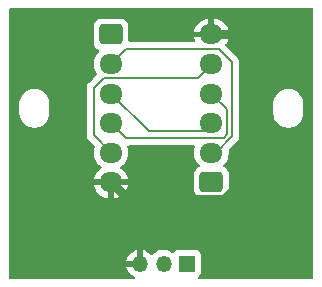
<source format=gbl>
%TF.GenerationSoftware,KiCad,Pcbnew,8.0.0*%
%TF.CreationDate,2024-12-13T11:09:15-06:00*%
%TF.ProjectId,Rain connectors,5261696e-2063-46f6-9e6e-6563746f7273,rev?*%
%TF.SameCoordinates,Original*%
%TF.FileFunction,Copper,L2,Bot*%
%TF.FilePolarity,Positive*%
%FSLAX46Y46*%
G04 Gerber Fmt 4.6, Leading zero omitted, Abs format (unit mm)*
G04 Created by KiCad (PCBNEW 8.0.0) date 2024-12-13 11:09:15*
%MOMM*%
%LPD*%
G01*
G04 APERTURE LIST*
G04 Aperture macros list*
%AMRoundRect*
0 Rectangle with rounded corners*
0 $1 Rounding radius*
0 $2 $3 $4 $5 $6 $7 $8 $9 X,Y pos of 4 corners*
0 Add a 4 corners polygon primitive as box body*
4,1,4,$2,$3,$4,$5,$6,$7,$8,$9,$2,$3,0*
0 Add four circle primitives for the rounded corners*
1,1,$1+$1,$2,$3*
1,1,$1+$1,$4,$5*
1,1,$1+$1,$6,$7*
1,1,$1+$1,$8,$9*
0 Add four rect primitives between the rounded corners*
20,1,$1+$1,$2,$3,$4,$5,0*
20,1,$1+$1,$4,$5,$6,$7,0*
20,1,$1+$1,$6,$7,$8,$9,0*
20,1,$1+$1,$8,$9,$2,$3,0*%
G04 Aperture macros list end*
%TA.AperFunction,ComponentPad*%
%ADD10RoundRect,0.250000X0.725000X-0.600000X0.725000X0.600000X-0.725000X0.600000X-0.725000X-0.600000X0*%
%TD*%
%TA.AperFunction,ComponentPad*%
%ADD11O,1.950000X1.700000*%
%TD*%
%TA.AperFunction,ComponentPad*%
%ADD12RoundRect,0.250000X-0.725000X0.600000X-0.725000X-0.600000X0.725000X-0.600000X0.725000X0.600000X0*%
%TD*%
%TA.AperFunction,ComponentPad*%
%ADD13O,1.350000X1.350000*%
%TD*%
%TA.AperFunction,ComponentPad*%
%ADD14R,1.350000X1.350000*%
%TD*%
%TA.AperFunction,Conductor*%
%ADD15C,0.762000*%
%TD*%
%TA.AperFunction,Conductor*%
%ADD16C,0.200000*%
%TD*%
G04 APERTURE END LIST*
D10*
%TO.P,J2,1,Pin_1*%
%TO.N,+5V*%
X138600000Y-86675000D03*
D11*
%TO.P,J2,2,Pin_2*%
%TO.N,Net-(J1-Pin_2)*%
X138600000Y-84175000D03*
%TO.P,J2,3,Pin_3*%
%TO.N,Net-(J1-Pin_3)*%
X138600000Y-81675000D03*
%TO.P,J2,4,Pin_4*%
%TO.N,Net-(J1-Pin_4)*%
X138600000Y-79175000D03*
%TO.P,J2,5,Pin_5*%
%TO.N,Net-(J1-Pin_5)*%
X138600000Y-76675000D03*
%TO.P,J2,6,Pin_6*%
%TO.N,GND*%
X138600000Y-74175000D03*
%TD*%
D12*
%TO.P,J1,1,Pin_1*%
%TO.N,+5V*%
X130100000Y-74175000D03*
D11*
%TO.P,J1,2,Pin_2*%
%TO.N,Net-(J1-Pin_2)*%
X130100000Y-76675000D03*
%TO.P,J1,3,Pin_3*%
%TO.N,Net-(J1-Pin_3)*%
X130100000Y-79175000D03*
%TO.P,J1,4,Pin_4*%
%TO.N,Net-(J1-Pin_4)*%
X130100000Y-81675000D03*
%TO.P,J1,5,Pin_5*%
%TO.N,Net-(J1-Pin_5)*%
X130100000Y-84175000D03*
%TO.P,J1,6,Pin_6*%
%TO.N,GND*%
X130100000Y-86675000D03*
%TD*%
D13*
%TO.P,J3,3,Pin_3*%
%TO.N,GND*%
X132550000Y-93575000D03*
%TO.P,J3,2,Pin_2*%
%TO.N,Net-(J3-Pin_2)*%
X134550000Y-93575000D03*
D14*
%TO.P,J3,1,Pin_1*%
%TO.N,+5V*%
X136550000Y-93575000D03*
%TD*%
D15*
%TO.N,GND*%
X141950000Y-85832138D02*
X141950000Y-75725000D01*
X141950000Y-75725000D02*
X140400000Y-74175000D01*
X139676138Y-88106000D02*
X141950000Y-85832138D01*
X140400000Y-74175000D02*
X138600000Y-74175000D01*
X131531000Y-88106000D02*
X139676138Y-88106000D01*
X130100000Y-86675000D02*
X131531000Y-88106000D01*
D16*
%TO.N,Net-(J1-Pin_5)*%
X128650000Y-78673654D02*
X129498654Y-77825000D01*
X137450000Y-77825000D02*
X138600000Y-76675000D01*
X128650000Y-82725000D02*
X128650000Y-78673654D01*
X130100000Y-84175000D02*
X128650000Y-82725000D01*
X129498654Y-77825000D02*
X137450000Y-77825000D01*
%TO.N,Net-(J1-Pin_2)*%
X138965685Y-84175000D02*
X138600000Y-84175000D01*
X140350000Y-82790685D02*
X138965685Y-84175000D01*
X140350000Y-76525000D02*
X140350000Y-82790685D01*
X139250000Y-75425000D02*
X140350000Y-76525000D01*
X131350000Y-75425000D02*
X139250000Y-75425000D01*
X130100000Y-76675000D02*
X131350000Y-75425000D01*
%TO.N,Net-(J1-Pin_4)*%
X139950000Y-82625000D02*
X139950000Y-80525000D01*
X139950000Y-80525000D02*
X138600000Y-79175000D01*
X139625000Y-82950000D02*
X139950000Y-82625000D01*
X130100000Y-81675000D02*
X131375000Y-82950000D01*
X131375000Y-82950000D02*
X139625000Y-82950000D01*
%TO.N,Net-(J1-Pin_3)*%
X137900000Y-82375000D02*
X138600000Y-81675000D01*
X133300000Y-82375000D02*
X137900000Y-82375000D01*
X130100000Y-79175000D02*
X133300000Y-82375000D01*
%TD*%
%TA.AperFunction,Conductor*%
%TO.N,GND*%
G36*
X147167539Y-71945185D02*
G01*
X147213294Y-71997989D01*
X147224500Y-72049500D01*
X147224500Y-94750500D01*
X147204815Y-94817539D01*
X147152011Y-94863294D01*
X147100500Y-94874500D01*
X137598498Y-94874500D01*
X137531459Y-94854815D01*
X137485704Y-94802011D01*
X137475760Y-94732853D01*
X137504785Y-94669297D01*
X137524183Y-94651235D01*
X137582546Y-94607546D01*
X137668796Y-94492331D01*
X137719091Y-94357483D01*
X137725500Y-94297873D01*
X137725499Y-92852128D01*
X137719091Y-92792517D01*
X137714426Y-92780010D01*
X137668797Y-92657671D01*
X137668793Y-92657664D01*
X137582547Y-92542455D01*
X137582544Y-92542452D01*
X137467335Y-92456206D01*
X137467328Y-92456202D01*
X137332482Y-92405908D01*
X137332483Y-92405908D01*
X137272883Y-92399501D01*
X137272881Y-92399500D01*
X137272873Y-92399500D01*
X137272864Y-92399500D01*
X135827129Y-92399500D01*
X135827123Y-92399501D01*
X135767516Y-92405908D01*
X135632671Y-92456202D01*
X135632664Y-92456206D01*
X135517455Y-92542452D01*
X135455214Y-92625594D01*
X135399279Y-92667465D01*
X135329588Y-92672448D01*
X135272411Y-92642920D01*
X135261434Y-92632913D01*
X135261429Y-92632910D01*
X135076213Y-92518229D01*
X135076207Y-92518226D01*
X134991113Y-92485260D01*
X134873069Y-92439530D01*
X134658926Y-92399500D01*
X134441074Y-92399500D01*
X134226931Y-92439530D01*
X134183896Y-92456202D01*
X134023792Y-92518226D01*
X134023786Y-92518229D01*
X133838576Y-92632906D01*
X133838566Y-92632913D01*
X133677574Y-92779676D01*
X133648640Y-92817991D01*
X133592530Y-92859627D01*
X133522818Y-92864318D01*
X133461637Y-92830576D01*
X133450731Y-92817990D01*
X133422051Y-92780011D01*
X133422050Y-92780010D01*
X133261131Y-92633314D01*
X133075987Y-92518677D01*
X133075985Y-92518676D01*
X132872931Y-92440013D01*
X132872921Y-92440010D01*
X132800001Y-92426378D01*
X132800000Y-92426379D01*
X132800000Y-93259314D01*
X132795606Y-93254920D01*
X132704394Y-93202259D01*
X132602661Y-93175000D01*
X132497339Y-93175000D01*
X132395606Y-93202259D01*
X132304394Y-93254920D01*
X132300000Y-93259314D01*
X132300000Y-92426379D01*
X132299998Y-92426378D01*
X132227078Y-92440010D01*
X132227068Y-92440013D01*
X132024014Y-92518676D01*
X132024012Y-92518677D01*
X131838869Y-92633314D01*
X131838868Y-92633314D01*
X131677945Y-92780014D01*
X131546715Y-92953791D01*
X131449651Y-93148719D01*
X131399494Y-93324999D01*
X131399495Y-93325000D01*
X132234314Y-93325000D01*
X132229920Y-93329394D01*
X132177259Y-93420606D01*
X132150000Y-93522339D01*
X132150000Y-93627661D01*
X132177259Y-93729394D01*
X132229920Y-93820606D01*
X132234314Y-93825000D01*
X131399495Y-93825000D01*
X131449651Y-94001280D01*
X131546715Y-94196208D01*
X131677945Y-94369985D01*
X131838868Y-94516685D01*
X132024012Y-94631322D01*
X132024017Y-94631324D01*
X132033177Y-94634873D01*
X132088579Y-94677445D01*
X132112170Y-94743212D01*
X132096460Y-94811292D01*
X132046436Y-94860072D01*
X131988384Y-94874500D01*
X121574500Y-94874500D01*
X121507461Y-94854815D01*
X121461706Y-94802011D01*
X121450500Y-94750500D01*
X121450500Y-82804054D01*
X128049498Y-82804054D01*
X128090423Y-82956785D01*
X128119358Y-83006900D01*
X128119359Y-83006904D01*
X128119360Y-83006904D01*
X128169479Y-83093714D01*
X128169481Y-83093717D01*
X128288349Y-83212585D01*
X128288355Y-83212590D01*
X128671897Y-83596132D01*
X128705382Y-83657455D01*
X128702147Y-83722131D01*
X128657753Y-83858760D01*
X128624500Y-84068713D01*
X128624500Y-84281286D01*
X128657753Y-84491239D01*
X128723444Y-84693414D01*
X128819951Y-84882820D01*
X128944890Y-85054786D01*
X129095209Y-85205105D01*
X129095214Y-85205109D01*
X129260218Y-85324991D01*
X129302884Y-85380320D01*
X129308863Y-85449934D01*
X129276258Y-85511729D01*
X129260218Y-85525627D01*
X129095540Y-85645272D01*
X129095535Y-85645276D01*
X128945276Y-85795535D01*
X128945272Y-85795540D01*
X128820379Y-85967442D01*
X128723904Y-86156782D01*
X128658242Y-86358870D01*
X128658242Y-86358873D01*
X128647769Y-86425000D01*
X129695854Y-86425000D01*
X129657370Y-86491657D01*
X129625000Y-86612465D01*
X129625000Y-86737535D01*
X129657370Y-86858343D01*
X129695854Y-86925000D01*
X128647769Y-86925000D01*
X128658242Y-86991126D01*
X128658242Y-86991129D01*
X128723904Y-87193217D01*
X128820379Y-87382557D01*
X128945272Y-87554459D01*
X128945276Y-87554464D01*
X129095535Y-87704723D01*
X129095540Y-87704727D01*
X129267442Y-87829620D01*
X129456782Y-87926095D01*
X129658872Y-87991757D01*
X129850000Y-88022029D01*
X129850000Y-87079145D01*
X129916657Y-87117630D01*
X130037465Y-87150000D01*
X130162535Y-87150000D01*
X130283343Y-87117630D01*
X130350000Y-87079145D01*
X130350000Y-88022028D01*
X130541127Y-87991757D01*
X130743217Y-87926095D01*
X130932557Y-87829620D01*
X131104459Y-87704727D01*
X131104464Y-87704723D01*
X131254723Y-87554464D01*
X131254727Y-87554459D01*
X131379620Y-87382557D01*
X131476095Y-87193217D01*
X131541757Y-86991129D01*
X131541757Y-86991126D01*
X131552231Y-86925000D01*
X130504146Y-86925000D01*
X130542630Y-86858343D01*
X130575000Y-86737535D01*
X130575000Y-86612465D01*
X130542630Y-86491657D01*
X130504146Y-86425000D01*
X131552231Y-86425000D01*
X131541757Y-86358873D01*
X131541757Y-86358870D01*
X131476095Y-86156782D01*
X131379620Y-85967442D01*
X131254727Y-85795540D01*
X131254723Y-85795535D01*
X131104464Y-85645276D01*
X131104459Y-85645272D01*
X130939781Y-85525627D01*
X130897115Y-85470297D01*
X130891136Y-85400684D01*
X130923741Y-85338889D01*
X130939776Y-85324994D01*
X131104792Y-85205104D01*
X131255104Y-85054792D01*
X131255106Y-85054788D01*
X131255109Y-85054786D01*
X131380048Y-84882820D01*
X131380047Y-84882820D01*
X131380051Y-84882816D01*
X131476557Y-84693412D01*
X131542246Y-84491243D01*
X131575500Y-84281287D01*
X131575500Y-84068713D01*
X131542246Y-83858757D01*
X131494826Y-83712816D01*
X131492832Y-83642977D01*
X131528912Y-83583144D01*
X131591613Y-83552316D01*
X131612758Y-83550500D01*
X137087242Y-83550500D01*
X137154281Y-83570185D01*
X137200036Y-83622989D01*
X137209980Y-83692147D01*
X137205173Y-83712818D01*
X137157753Y-83858760D01*
X137124500Y-84068713D01*
X137124500Y-84281286D01*
X137157753Y-84491239D01*
X137223444Y-84693414D01*
X137319951Y-84882820D01*
X137444890Y-85054786D01*
X137583705Y-85193601D01*
X137617190Y-85254924D01*
X137612206Y-85324616D01*
X137570334Y-85380549D01*
X137561121Y-85386821D01*
X137406342Y-85482289D01*
X137282289Y-85606342D01*
X137190187Y-85755663D01*
X137190186Y-85755666D01*
X137135001Y-85922203D01*
X137135001Y-85922204D01*
X137135000Y-85922204D01*
X137124500Y-86024983D01*
X137124500Y-87325001D01*
X137124501Y-87325018D01*
X137135000Y-87427796D01*
X137135001Y-87427799D01*
X137176973Y-87554459D01*
X137190186Y-87594334D01*
X137282288Y-87743656D01*
X137406344Y-87867712D01*
X137555666Y-87959814D01*
X137722203Y-88014999D01*
X137824991Y-88025500D01*
X139375008Y-88025499D01*
X139477797Y-88014999D01*
X139644334Y-87959814D01*
X139793656Y-87867712D01*
X139917712Y-87743656D01*
X140009814Y-87594334D01*
X140064999Y-87427797D01*
X140075500Y-87325009D01*
X140075499Y-86024992D01*
X140064999Y-85922203D01*
X140009814Y-85755666D01*
X139917712Y-85606344D01*
X139793656Y-85482288D01*
X139644334Y-85390186D01*
X139644333Y-85390185D01*
X139638878Y-85386821D01*
X139592154Y-85334873D01*
X139580931Y-85265910D01*
X139608775Y-85201828D01*
X139616272Y-85193623D01*
X139755104Y-85054792D01*
X139880051Y-84882816D01*
X139976557Y-84693412D01*
X140042246Y-84491243D01*
X140075500Y-84281287D01*
X140075500Y-84068713D01*
X140064286Y-83997916D01*
X140073240Y-83928627D01*
X140099075Y-83890843D01*
X140718713Y-83271206D01*
X140718716Y-83271205D01*
X140830520Y-83159401D01*
X140880639Y-83072589D01*
X140909577Y-83022470D01*
X140950501Y-82869742D01*
X140950501Y-82711628D01*
X140950501Y-82704033D01*
X140950500Y-82704015D01*
X140950500Y-80923422D01*
X143849500Y-80923422D01*
X143880290Y-81117826D01*
X143941117Y-81305029D01*
X144030476Y-81480405D01*
X144146172Y-81639646D01*
X144285354Y-81778828D01*
X144444595Y-81894524D01*
X144527455Y-81936743D01*
X144619970Y-81983882D01*
X144619972Y-81983882D01*
X144619975Y-81983884D01*
X144642624Y-81991243D01*
X144807173Y-82044709D01*
X145001578Y-82075500D01*
X145001583Y-82075500D01*
X145198422Y-82075500D01*
X145392826Y-82044709D01*
X145580025Y-81983884D01*
X145755405Y-81894524D01*
X145914646Y-81778828D01*
X146053828Y-81639646D01*
X146169524Y-81480405D01*
X146258884Y-81305025D01*
X146319709Y-81117826D01*
X146350500Y-80923422D01*
X146350500Y-79926577D01*
X146319709Y-79732173D01*
X146258882Y-79544970D01*
X146169523Y-79369594D01*
X146053828Y-79210354D01*
X145914646Y-79071172D01*
X145755405Y-78955476D01*
X145580029Y-78866117D01*
X145392826Y-78805290D01*
X145198422Y-78774500D01*
X145198417Y-78774500D01*
X145001583Y-78774500D01*
X145001578Y-78774500D01*
X144807173Y-78805290D01*
X144619970Y-78866117D01*
X144444594Y-78955476D01*
X144353741Y-79021485D01*
X144285354Y-79071172D01*
X144285352Y-79071174D01*
X144285351Y-79071174D01*
X144146174Y-79210351D01*
X144146174Y-79210352D01*
X144146172Y-79210354D01*
X144096485Y-79278741D01*
X144030476Y-79369594D01*
X143941117Y-79544970D01*
X143880290Y-79732173D01*
X143849500Y-79926577D01*
X143849500Y-80923422D01*
X140950500Y-80923422D01*
X140950500Y-76614059D01*
X140950501Y-76614046D01*
X140950501Y-76445945D01*
X140950501Y-76445943D01*
X140909577Y-76293215D01*
X140880639Y-76243095D01*
X140830520Y-76156284D01*
X140718716Y-76044480D01*
X140718715Y-76044479D01*
X140714385Y-76040149D01*
X140714374Y-76040139D01*
X139818659Y-75144424D01*
X139785174Y-75083101D01*
X139790158Y-75013409D01*
X139806022Y-74983858D01*
X139879620Y-74882557D01*
X139976095Y-74693217D01*
X140041757Y-74491129D01*
X140041757Y-74491126D01*
X140052231Y-74425000D01*
X139004146Y-74425000D01*
X139042630Y-74358343D01*
X139075000Y-74237535D01*
X139075000Y-74112465D01*
X139042630Y-73991657D01*
X139004146Y-73925000D01*
X140052231Y-73925000D01*
X140041757Y-73858873D01*
X140041757Y-73858870D01*
X139976095Y-73656782D01*
X139879620Y-73467442D01*
X139754727Y-73295540D01*
X139754723Y-73295535D01*
X139604464Y-73145276D01*
X139604459Y-73145272D01*
X139432557Y-73020379D01*
X139243217Y-72923904D01*
X139041128Y-72858242D01*
X138850000Y-72827969D01*
X138850000Y-73770854D01*
X138783343Y-73732370D01*
X138662535Y-73700000D01*
X138537465Y-73700000D01*
X138416657Y-73732370D01*
X138350000Y-73770854D01*
X138350000Y-72827969D01*
X138158872Y-72858242D01*
X138158869Y-72858242D01*
X137956782Y-72923904D01*
X137767442Y-73020379D01*
X137595540Y-73145272D01*
X137595535Y-73145276D01*
X137445276Y-73295535D01*
X137445272Y-73295540D01*
X137320379Y-73467442D01*
X137223904Y-73656782D01*
X137158242Y-73858870D01*
X137158242Y-73858873D01*
X137147769Y-73925000D01*
X138195854Y-73925000D01*
X138157370Y-73991657D01*
X138125000Y-74112465D01*
X138125000Y-74237535D01*
X138157370Y-74358343D01*
X138195854Y-74425000D01*
X137147769Y-74425000D01*
X137158242Y-74491126D01*
X137158242Y-74491129D01*
X137213821Y-74662182D01*
X137215816Y-74732023D01*
X137179736Y-74791856D01*
X137117035Y-74822684D01*
X137095890Y-74824500D01*
X131699500Y-74824500D01*
X131632461Y-74804815D01*
X131586706Y-74752011D01*
X131575500Y-74700500D01*
X131575499Y-73524998D01*
X131575498Y-73524981D01*
X131564999Y-73422203D01*
X131564998Y-73422200D01*
X131509814Y-73255666D01*
X131417712Y-73106344D01*
X131293656Y-72982288D01*
X131144334Y-72890186D01*
X130977797Y-72835001D01*
X130977795Y-72835000D01*
X130875010Y-72824500D01*
X129324998Y-72824500D01*
X129324981Y-72824501D01*
X129222203Y-72835000D01*
X129222200Y-72835001D01*
X129055668Y-72890185D01*
X129055663Y-72890187D01*
X128906342Y-72982289D01*
X128782289Y-73106342D01*
X128690187Y-73255663D01*
X128690186Y-73255666D01*
X128635001Y-73422203D01*
X128635001Y-73422204D01*
X128635000Y-73422204D01*
X128624500Y-73524983D01*
X128624500Y-74825001D01*
X128624501Y-74825018D01*
X128635000Y-74927796D01*
X128635001Y-74927799D01*
X128690185Y-75094331D01*
X128690187Y-75094336D01*
X128782289Y-75243657D01*
X128906344Y-75367712D01*
X129061120Y-75463178D01*
X129107845Y-75515126D01*
X129119068Y-75584088D01*
X129091224Y-75648171D01*
X129083706Y-75656398D01*
X128944889Y-75795215D01*
X128819951Y-75967179D01*
X128723444Y-76156585D01*
X128657753Y-76358760D01*
X128624500Y-76568713D01*
X128624500Y-76781287D01*
X128657754Y-76991243D01*
X128722937Y-77191856D01*
X128723444Y-77193414D01*
X128819948Y-77382814D01*
X128819949Y-77382816D01*
X128872013Y-77454477D01*
X128895492Y-77520283D01*
X128879666Y-77588337D01*
X128859375Y-77615042D01*
X128549418Y-77925000D01*
X128281286Y-78193132D01*
X128281284Y-78193134D01*
X128225382Y-78249035D01*
X128169481Y-78304936D01*
X128169480Y-78304938D01*
X128166256Y-78310523D01*
X128090423Y-78441869D01*
X128049499Y-78594597D01*
X128049499Y-78594599D01*
X128049499Y-78762700D01*
X128049500Y-78762713D01*
X128049500Y-82638330D01*
X128049499Y-82638348D01*
X128049499Y-82804054D01*
X128049498Y-82804054D01*
X121450500Y-82804054D01*
X121450500Y-80923422D01*
X122349500Y-80923422D01*
X122380290Y-81117826D01*
X122441117Y-81305029D01*
X122530476Y-81480405D01*
X122646172Y-81639646D01*
X122785354Y-81778828D01*
X122944595Y-81894524D01*
X123027455Y-81936743D01*
X123119970Y-81983882D01*
X123119972Y-81983882D01*
X123119975Y-81983884D01*
X123142624Y-81991243D01*
X123307173Y-82044709D01*
X123501578Y-82075500D01*
X123501583Y-82075500D01*
X123698422Y-82075500D01*
X123892826Y-82044709D01*
X124080025Y-81983884D01*
X124255405Y-81894524D01*
X124414646Y-81778828D01*
X124553828Y-81639646D01*
X124669524Y-81480405D01*
X124758884Y-81305025D01*
X124819709Y-81117826D01*
X124850500Y-80923422D01*
X124850500Y-79926577D01*
X124819709Y-79732173D01*
X124758882Y-79544970D01*
X124669523Y-79369594D01*
X124553828Y-79210354D01*
X124414646Y-79071172D01*
X124255405Y-78955476D01*
X124080029Y-78866117D01*
X123892826Y-78805290D01*
X123698422Y-78774500D01*
X123698417Y-78774500D01*
X123501583Y-78774500D01*
X123501578Y-78774500D01*
X123307173Y-78805290D01*
X123119970Y-78866117D01*
X122944594Y-78955476D01*
X122853741Y-79021485D01*
X122785354Y-79071172D01*
X122785352Y-79071174D01*
X122785351Y-79071174D01*
X122646174Y-79210351D01*
X122646174Y-79210352D01*
X122646172Y-79210354D01*
X122596485Y-79278741D01*
X122530476Y-79369594D01*
X122441117Y-79544970D01*
X122380290Y-79732173D01*
X122349500Y-79926577D01*
X122349500Y-80923422D01*
X121450500Y-80923422D01*
X121450500Y-72049500D01*
X121470185Y-71982461D01*
X121522989Y-71936706D01*
X121574500Y-71925500D01*
X147100500Y-71925500D01*
X147167539Y-71945185D01*
G37*
%TD.AperFunction*%
%TD*%
M02*

</source>
